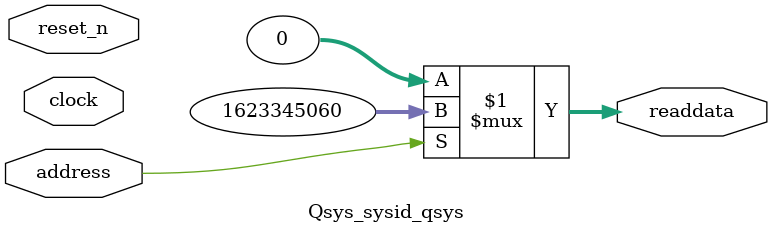
<source format=v>



// synthesis translate_off
`timescale 1ns / 1ps
// synthesis translate_on

// turn off superfluous verilog processor warnings 
// altera message_level Level1 
// altera message_off 10034 10035 10036 10037 10230 10240 10030 

module Qsys_sysid_qsys (
               // inputs:
                address,
                clock,
                reset_n,

               // outputs:
                readdata
             )
;

  output  [ 31: 0] readdata;
  input            address;
  input            clock;
  input            reset_n;

  wire    [ 31: 0] readdata;
  //control_slave, which is an e_avalon_slave
  assign readdata = address ? 1623345060 : 0;

endmodule



</source>
